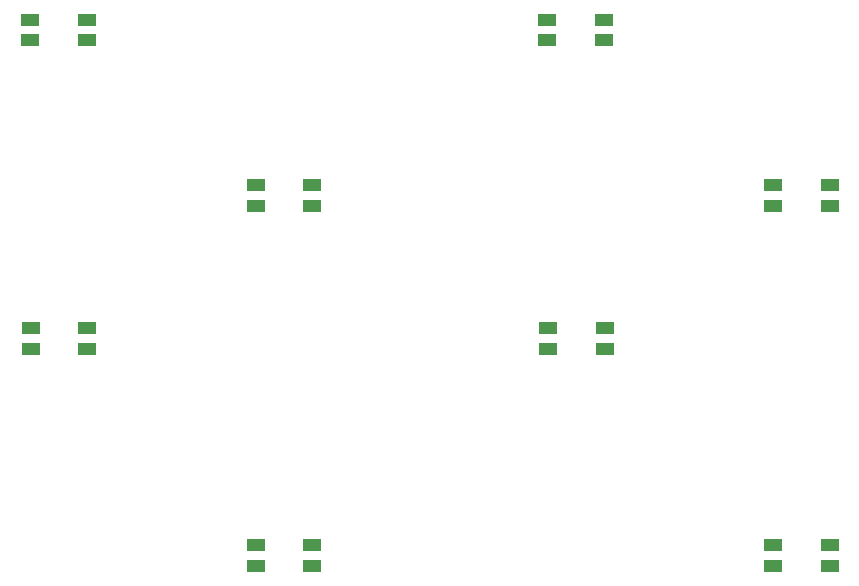
<source format=gbp>
G04 #@! TF.GenerationSoftware,KiCad,Pcbnew,5.0.2-bee76a0~70~ubuntu18.04.1*
G04 #@! TF.CreationDate,2019-07-23T02:31:20+09:00*
G04 #@! TF.ProjectId,shieldL,73686965-6c64-44c2-9e6b-696361645f70,rev?*
G04 #@! TF.SameCoordinates,Original*
G04 #@! TF.FileFunction,Paste,Bot*
G04 #@! TF.FilePolarity,Positive*
%FSLAX46Y46*%
G04 Gerber Fmt 4.6, Leading zero omitted, Abs format (unit mm)*
G04 Created by KiCad (PCBNEW 5.0.2-bee76a0~70~ubuntu18.04.1) date 2019年07月23日 02時31分20秒*
%MOMM*%
%LPD*%
G01*
G04 APERTURE LIST*
%ADD10R,1.600000X1.000000*%
G04 APERTURE END LIST*
D10*
G04 #@! TO.C,L4*
X132575000Y-162320000D03*
X132575000Y-164070000D03*
X127775000Y-164070000D03*
X127775000Y-162320000D03*
G04 #@! TD*
G04 #@! TO.C,L3*
X113525000Y-143905000D03*
X113525000Y-145655000D03*
X108725000Y-145655000D03*
X108725000Y-143905000D03*
G04 #@! TD*
G04 #@! TO.C,L1*
X113471029Y-117796055D03*
X113471029Y-119546055D03*
X108671029Y-119546055D03*
X108671029Y-117796055D03*
G04 #@! TD*
G04 #@! TO.C,L2*
X132575000Y-131840000D03*
X132575000Y-133590000D03*
X127775000Y-133590000D03*
X127775000Y-131840000D03*
G04 #@! TD*
G04 #@! TO.C,L3*
X64910000Y-143905000D03*
X64910000Y-145655000D03*
X69710000Y-145655000D03*
X69710000Y-143905000D03*
G04 #@! TD*
G04 #@! TO.C,L4*
X83960000Y-162320000D03*
X83960000Y-164070000D03*
X88760000Y-164070000D03*
X88760000Y-162320000D03*
G04 #@! TD*
G04 #@! TO.C,L2*
X83960000Y-131840000D03*
X83960000Y-133590000D03*
X88760000Y-133590000D03*
X88760000Y-131840000D03*
G04 #@! TD*
G04 #@! TO.C,L1*
X64856029Y-117796055D03*
X64856029Y-119546055D03*
X69656029Y-119546055D03*
X69656029Y-117796055D03*
G04 #@! TD*
M02*

</source>
